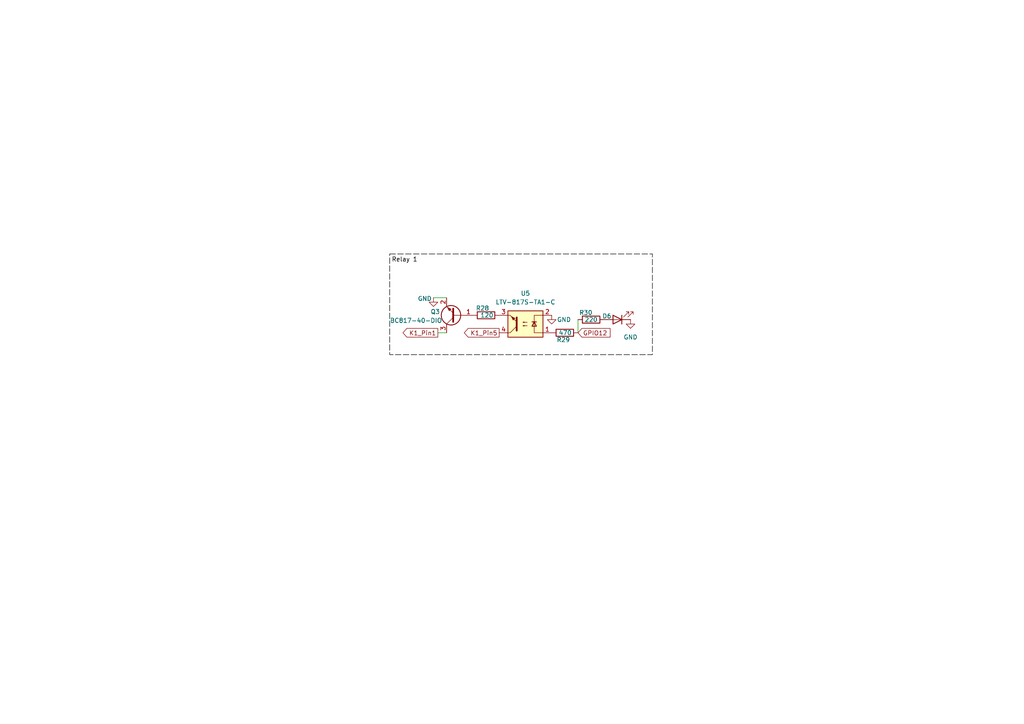
<source format=kicad_sch>
(kicad_sch (version 20250114) (generator "eeschema") (generator_version "9.0")
  (paper "A4")
  (title_block (title "Isolation-Relays") (date "2025-10-26") (rev "1.0") (company "PKl"))
  (lib_symbols
    (symbol "Device:LED" (pin_numbers (hide yes)) (pin_names (offset 1.016) (hide yes))
      (property "Reference" "D" (at 0 2.54 0))
      (property "Value" "LED" (at 0 -2.54 0))
      (symbol "LED_0_1"
        (polyline (pts (xy -3.048 -0.762) (xy -4.572 -2.286) (xy -3.81 -2.286) (xy -4.572 -2.286) (xy -4.572 -1.524)))
        (polyline (pts (xy -1.778 -0.762) (xy -3.302 -2.286) (xy -2.54 -2.286) (xy -3.302 -2.286) (xy -3.302 -1.524)))
        (polyline (pts (xy -1.27 0) (xy 1.27 0)))
        (polyline (pts (xy -1.27 -1.27) (xy -1.27 1.27)) (stroke (width 0.254)))
        (polyline (pts (xy 1.27 -1.27) (xy 1.27 1.27) (xy -1.27 0) (xy 1.27 -1.27)) (stroke (width 0.254)))
      )
      (symbol "LED_1_1"
        (pin passive line (at -3.81 0 0) (length 2.54) (name "K") (number "1"))
        (pin passive line (at 3.81 0 180) (length 2.54) (name "A") (number "2"))
      )
    )
    (symbol "Device:R" (pin_numbers (hide yes)) (pin_names (offset 0))
      (property "Reference" "R" (at 2.032 0 90))
      (property "Value" "R" (at 0 0 90))
      (symbol "R_0_1"
        (rectangle (start -1.016 -2.54) (end 1.016 2.54) (stroke (width 0.254)))
      )
      (symbol "R_1_1"
        (pin passive line (at 0 3.81 270) (length 1.27) (name "~") (number "1"))
        (pin passive line (at 0 -3.81 90) (length 1.27) (name "~") (number "2"))
      )
    )
    (symbol "LTV-817S_1" (pin_names (offset 1.016))
      (property "Reference" "U" (at -3.81 5.08 0))
      (property "Value" "LTV-817S" (at 0 -5.08 0))
      (symbol "LTV-817S_1_1_1"
        (rectangle (start -5.08 3.81) (end 5.08 -3.81) (stroke (width 0.254)) (fill (type background)))
        (polyline (pts (xy -5.08 2.54) (xy -2.54 2.54) (xy -2.54 -0.762)))
        (polyline (pts (xy -3.175 -0.635) (xy -1.905 -0.635)) (stroke (width 0.254)))
        (polyline (pts (xy -2.54 -0.635) (xy -2.54 -2.54) (xy -5.08 -2.54)))
        (polyline (pts (xy -2.54 -0.635) (xy -3.175 0.635) (xy -1.905 0.635) (xy -2.54 -0.635)) (stroke (width 0.254)))
        (polyline (pts (xy -0.508 0.508) (xy 0.762 0.508) (xy 0.381 0.381) (xy 0.381 0.635) (xy 0.762 0.508)))
        (polyline (pts (xy -0.508 -0.508) (xy 0.762 -0.508) (xy 0.381 -0.635) (xy 0.381 -0.381) (xy 0.762 -0.508)))
        (polyline (pts (xy 2.54 1.905) (xy 2.54 -1.905)) (stroke (width 0.508)))
        (polyline (pts (xy 2.54 0.635) (xy 4.445 2.54)))
        (polyline (pts (xy 3.048 -1.651) (xy 3.556 -1.143) (xy 4.064 -2.159) (xy 3.048 -1.651)) (fill (type outline)))
        (polyline (pts (xy 4.445 2.54) (xy 5.08 2.54)))
        (polyline (pts (xy 4.445 -2.54) (xy 2.54 -0.635)) (fill (type outline)))
        (polyline (pts (xy 4.445 -2.54) (xy 5.08 -2.54)))
        (pin passive line (at -7.62 2.54 0) (length 2.54) (name "~") (number "1"))
        (pin passive line (at -7.62 -2.54 0) (length 2.54) (name "~") (number "2"))
        (pin passive line (at 7.62 2.54 180) (length 2.54) (name "~") (number "4"))
        (pin passive line (at 7.62 -2.54 180) (length 2.54) (name "~") (number "3"))
      )
    )
    (symbol "Transistor_BJT:BC817" (pin_names (offset 0) (hide yes))
      (property "Reference" "Q" (at 5.08 1.905 0))
      (property "Value" "BC817" (at 5.08 0 0))
      (symbol "BC817_0_1"
        (polyline (pts (xy -2.54 0) (xy 0.635 0)))
        (polyline (pts (xy 0.635 1.905) (xy 0.635 -1.905)) (stroke (width 0.508)))
        (circle (center 1.27 0) (radius 2.8194) (stroke (width 0.254)))
      )
      (symbol "BC817_1_1"
        (polyline (pts (xy 0.635 0.635) (xy 2.54 2.54)))
        (polyline (pts (xy 0.635 -0.635) (xy 2.54 -2.54)))
        (polyline (pts (xy 1.27 -1.778) (xy 1.778 -1.27) (xy 2.286 -2.286) (xy 1.27 -1.778)) (fill (type outline)))
        (pin input line (at -5.08 0 0) (length 2.54) (name "B") (number "1"))
        (pin passive line (at 2.54 5.08 270) (length 2.54) (name "C") (number "3"))
        (pin passive line (at 2.54 -5.08 90) (length 2.54) (name "E") (number "2"))
      )
    )
    (symbol "power:GND" (power) (pin_numbers (hide yes)) (pin_names (offset 0) (hide yes))
      (property "Value" "GND" (at 0 -3.81 0))
      (symbol "GND_0_1"
        (polyline (pts (xy 0 0) (xy 0 -1.27) (xy 1.27 -1.27) (xy 0 -2.54) (xy -1.27 -1.27) (xy 0 -1.27)))
      )
      (symbol "GND_1_1"
        (pin power_in line (at 0 0 270) (length 0) (name "~") (number "1"))
      )
    )
  )
  (rectangle (start 113.03 73.66) (end 189.23 102.87) (stroke (width 0) (type dash) (color 0 0 0 1)))
  (text "Relay 1" (at 117.348 75.438 0) (effects (font (size 1.27 1.27))))
  (wire (pts (xy 129.54 86.36) (xy 125.73 86.36)))
  (wire (pts (xy 167.64 92.71) (xy 167.64 96.52)))
  (wire (pts (xy 127 96.52) (xy 129.54 96.52)))
  (global_label "K1_Pin5" (shape output) (at 144.78 96.52 180) (property "Intersheetrefs" "${INTERSHEET_REFS}" (effects (hide yes))))
  (global_label "K1_Pin1" (shape output) (at 127 96.52 180) (property "Intersheetrefs" "${INTERSHEET_REFS}" (effects (hide yes))))
  (global_label "GPIO12" (shape input) (at 167.64 96.52 0) (property "Intersheetrefs" "${INTERSHEET_REFS}" (effects (hide yes))))
  (symbol (lib_name "LTV-817S_1") (lib_id "Isolator:LTV-817S") (at 152.4 93.98 180) (unit 1)
    (property "Reference" "U5" (at 152.4 85.09 0))
    (property "Value" "LTV-817S-TA1-C" (at 152.4 87.63 0))
    (property "Footprint" "Package_DIP:SMDIP-4_W9.53mm" (effects (hide yes)))
    (property "Datasheet" "http://www.us.liteon.com/downloads/LTV-817-827-847.PDF" (effects (hide yes)))
    (property "Description" "DC Optocoupler, Vce 35V, CTR 50%, SMDIP-4" (effects (hide yes)))
  )
  (symbol (lib_id "Transistor_BJT:BC817") (at 132.08 91.44 180) (unit 1)
    (property "Reference" "Q3" (at 126.238 90.424 0))
    (property "Value" "BC817-40-DIO" (at 120.65 92.964 0))
    (property "Footprint" "Package_TO_SOT_SMD:SOT-23" (effects (hide yes)))
    (property "Datasheet" "https://www.onsemi.com/pub/Collateral/BC818-D.pdf" (effects (hide yes)))
    (property "Description" "0.8A Ic, 45V Vce, NPN Transistor, SOT-23" (effects (hide yes)))
  )
  (symbol (lib_id "power:GND") (at 125.73 86.36 0) (unit 1)
    (property "Reference" "#PWR044" (effects (hide yes)))
    (property "Value" "GND" (at 123.19 86.614 0))
    (property "Description" "Power symbol creates a global label with name \"GND\" , ground" (effects (hide yes)))
  )
  (symbol (lib_id "Device:R") (at 171.45 92.71 270) (unit 1)
    (property "Reference" "R30" (at 169.926 90.678 90))
    (property "Value" "220" (at 171.45 92.71 90))
    (property "Footprint" "Resistor_SMD:R_0805_2012Metric" (effects (hide yes)))
    (property "Description" "Resistor" (effects (hide yes)))
  )
  (symbol (lib_id "Device:LED") (at 179.07 92.71 180) (unit 1)
    (property "Reference" "D6" (at 176.022 91.694 0))
    (property "Value" "LED" (effects (hide yes)))
    (property "Footprint" "LED_SMD:LED_0805_2012Metric" (effects (hide yes)))
    (property "Description" "Light emitting diode" (effects (hide yes)))
    (property "Sim.Pins" "1=K 2=A" (effects (hide yes)))
  )
  (symbol (lib_id "power:GND") (at 182.88 92.71 0) (unit 1)
    (property "Reference" "#PWR048" (effects (hide yes)))
    (property "Value" "GND" (at 182.88 97.79 0))
    (property "Description" "Power symbol creates a global label with name \"GND\" , ground" (effects (hide yes)))
  )
  (symbol (lib_id "Device:R") (at 163.83 96.52 90) (unit 1)
    (property "Reference" "R29" (at 165.354 98.552 90) (effects (justify left)))
    (property "Value" "470" (at 165.862 96.52 90) (effects (justify left)))
    (property "Footprint" "Resistor_SMD:R_0805_2012Metric" (effects (hide yes)))
    (property "Description" "Resistor" (effects (hide yes)))
  )
  (symbol (lib_id "Device:R") (at 140.97 91.44 90) (unit 1)
    (property "Reference" "R28" (at 139.954 89.408 90))
    (property "Value" "120" (at 141.224 91.44 90))
    (property "Footprint" "Resistor_SMD:R_0805_2012Metric" (effects (hide yes)))
    (property "Description" "Resistor" (effects (hide yes)))
  )
  (symbol (lib_id "power:GND") (at 160.02 91.44 0) (unit 1)
    (property "Reference" "#PWR046" (effects (hide yes)))
    (property "Value" "GND" (at 163.576 92.71 0))
    (property "Description" "Power symbol creates a global label with name \"GND\" , ground" (effects (hide yes)))
  )
)
</source>
